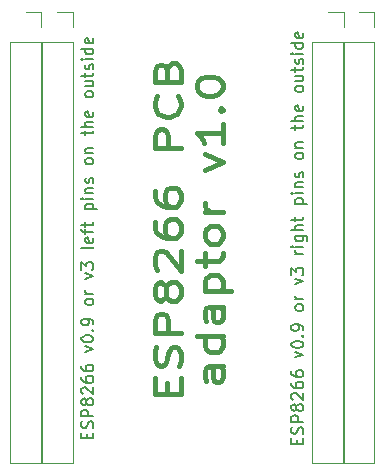
<source format=gto>
G04 #@! TF.GenerationSoftware,KiCad,Pcbnew,8.0.8*
G04 #@! TF.CreationDate,2025-03-21T10:39:09+00:00*
G04 #@! TF.ProjectId,ESP8266adapt_PCB01,45535038-3236-4366-9164-6170745f5043,rev?*
G04 #@! TF.SameCoordinates,Original*
G04 #@! TF.FileFunction,Legend,Top*
G04 #@! TF.FilePolarity,Positive*
%FSLAX46Y46*%
G04 Gerber Fmt 4.6, Leading zero omitted, Abs format (unit mm)*
G04 Created by KiCad (PCBNEW 8.0.8) date 2025-03-21 10:39:09*
%MOMM*%
%LPD*%
G01*
G04 APERTURE LIST*
%ADD10C,0.400000*%
%ADD11C,0.150000*%
%ADD12C,0.120000*%
%ADD13O,1.700000X1.700000*%
%ADD14R,1.700000X1.700000*%
G04 APERTURE END LIST*
D10*
X58779642Y-124677333D02*
X58779642Y-123744000D01*
X59932023Y-123344000D02*
X59932023Y-124677333D01*
X59932023Y-124677333D02*
X57732023Y-124677333D01*
X57732023Y-124677333D02*
X57732023Y-123344000D01*
X59827262Y-122277333D02*
X59932023Y-121877333D01*
X59932023Y-121877333D02*
X59932023Y-121210667D01*
X59932023Y-121210667D02*
X59827262Y-120944000D01*
X59827262Y-120944000D02*
X59722500Y-120810667D01*
X59722500Y-120810667D02*
X59512976Y-120677333D01*
X59512976Y-120677333D02*
X59303452Y-120677333D01*
X59303452Y-120677333D02*
X59093928Y-120810667D01*
X59093928Y-120810667D02*
X58989166Y-120944000D01*
X58989166Y-120944000D02*
X58884404Y-121210667D01*
X58884404Y-121210667D02*
X58779642Y-121744000D01*
X58779642Y-121744000D02*
X58674881Y-122010667D01*
X58674881Y-122010667D02*
X58570119Y-122144000D01*
X58570119Y-122144000D02*
X58360595Y-122277333D01*
X58360595Y-122277333D02*
X58151071Y-122277333D01*
X58151071Y-122277333D02*
X57941547Y-122144000D01*
X57941547Y-122144000D02*
X57836785Y-122010667D01*
X57836785Y-122010667D02*
X57732023Y-121744000D01*
X57732023Y-121744000D02*
X57732023Y-121077333D01*
X57732023Y-121077333D02*
X57836785Y-120677333D01*
X59932023Y-119477333D02*
X57732023Y-119477333D01*
X57732023Y-119477333D02*
X57732023Y-118410666D01*
X57732023Y-118410666D02*
X57836785Y-118144000D01*
X57836785Y-118144000D02*
X57941547Y-118010666D01*
X57941547Y-118010666D02*
X58151071Y-117877333D01*
X58151071Y-117877333D02*
X58465357Y-117877333D01*
X58465357Y-117877333D02*
X58674881Y-118010666D01*
X58674881Y-118010666D02*
X58779642Y-118144000D01*
X58779642Y-118144000D02*
X58884404Y-118410666D01*
X58884404Y-118410666D02*
X58884404Y-119477333D01*
X58674881Y-116277333D02*
X58570119Y-116544000D01*
X58570119Y-116544000D02*
X58465357Y-116677333D01*
X58465357Y-116677333D02*
X58255833Y-116810666D01*
X58255833Y-116810666D02*
X58151071Y-116810666D01*
X58151071Y-116810666D02*
X57941547Y-116677333D01*
X57941547Y-116677333D02*
X57836785Y-116544000D01*
X57836785Y-116544000D02*
X57732023Y-116277333D01*
X57732023Y-116277333D02*
X57732023Y-115744000D01*
X57732023Y-115744000D02*
X57836785Y-115477333D01*
X57836785Y-115477333D02*
X57941547Y-115344000D01*
X57941547Y-115344000D02*
X58151071Y-115210666D01*
X58151071Y-115210666D02*
X58255833Y-115210666D01*
X58255833Y-115210666D02*
X58465357Y-115344000D01*
X58465357Y-115344000D02*
X58570119Y-115477333D01*
X58570119Y-115477333D02*
X58674881Y-115744000D01*
X58674881Y-115744000D02*
X58674881Y-116277333D01*
X58674881Y-116277333D02*
X58779642Y-116544000D01*
X58779642Y-116544000D02*
X58884404Y-116677333D01*
X58884404Y-116677333D02*
X59093928Y-116810666D01*
X59093928Y-116810666D02*
X59512976Y-116810666D01*
X59512976Y-116810666D02*
X59722500Y-116677333D01*
X59722500Y-116677333D02*
X59827262Y-116544000D01*
X59827262Y-116544000D02*
X59932023Y-116277333D01*
X59932023Y-116277333D02*
X59932023Y-115744000D01*
X59932023Y-115744000D02*
X59827262Y-115477333D01*
X59827262Y-115477333D02*
X59722500Y-115344000D01*
X59722500Y-115344000D02*
X59512976Y-115210666D01*
X59512976Y-115210666D02*
X59093928Y-115210666D01*
X59093928Y-115210666D02*
X58884404Y-115344000D01*
X58884404Y-115344000D02*
X58779642Y-115477333D01*
X58779642Y-115477333D02*
X58674881Y-115744000D01*
X57941547Y-114143999D02*
X57836785Y-114010666D01*
X57836785Y-114010666D02*
X57732023Y-113743999D01*
X57732023Y-113743999D02*
X57732023Y-113077333D01*
X57732023Y-113077333D02*
X57836785Y-112810666D01*
X57836785Y-112810666D02*
X57941547Y-112677333D01*
X57941547Y-112677333D02*
X58151071Y-112543999D01*
X58151071Y-112543999D02*
X58360595Y-112543999D01*
X58360595Y-112543999D02*
X58674881Y-112677333D01*
X58674881Y-112677333D02*
X59932023Y-114277333D01*
X59932023Y-114277333D02*
X59932023Y-112543999D01*
X57732023Y-110143999D02*
X57732023Y-110677332D01*
X57732023Y-110677332D02*
X57836785Y-110943999D01*
X57836785Y-110943999D02*
X57941547Y-111077332D01*
X57941547Y-111077332D02*
X58255833Y-111343999D01*
X58255833Y-111343999D02*
X58674881Y-111477332D01*
X58674881Y-111477332D02*
X59512976Y-111477332D01*
X59512976Y-111477332D02*
X59722500Y-111343999D01*
X59722500Y-111343999D02*
X59827262Y-111210666D01*
X59827262Y-111210666D02*
X59932023Y-110943999D01*
X59932023Y-110943999D02*
X59932023Y-110410666D01*
X59932023Y-110410666D02*
X59827262Y-110143999D01*
X59827262Y-110143999D02*
X59722500Y-110010666D01*
X59722500Y-110010666D02*
X59512976Y-109877332D01*
X59512976Y-109877332D02*
X58989166Y-109877332D01*
X58989166Y-109877332D02*
X58779642Y-110010666D01*
X58779642Y-110010666D02*
X58674881Y-110143999D01*
X58674881Y-110143999D02*
X58570119Y-110410666D01*
X58570119Y-110410666D02*
X58570119Y-110943999D01*
X58570119Y-110943999D02*
X58674881Y-111210666D01*
X58674881Y-111210666D02*
X58779642Y-111343999D01*
X58779642Y-111343999D02*
X58989166Y-111477332D01*
X57732023Y-107477332D02*
X57732023Y-108010665D01*
X57732023Y-108010665D02*
X57836785Y-108277332D01*
X57836785Y-108277332D02*
X57941547Y-108410665D01*
X57941547Y-108410665D02*
X58255833Y-108677332D01*
X58255833Y-108677332D02*
X58674881Y-108810665D01*
X58674881Y-108810665D02*
X59512976Y-108810665D01*
X59512976Y-108810665D02*
X59722500Y-108677332D01*
X59722500Y-108677332D02*
X59827262Y-108543999D01*
X59827262Y-108543999D02*
X59932023Y-108277332D01*
X59932023Y-108277332D02*
X59932023Y-107743999D01*
X59932023Y-107743999D02*
X59827262Y-107477332D01*
X59827262Y-107477332D02*
X59722500Y-107343999D01*
X59722500Y-107343999D02*
X59512976Y-107210665D01*
X59512976Y-107210665D02*
X58989166Y-107210665D01*
X58989166Y-107210665D02*
X58779642Y-107343999D01*
X58779642Y-107343999D02*
X58674881Y-107477332D01*
X58674881Y-107477332D02*
X58570119Y-107743999D01*
X58570119Y-107743999D02*
X58570119Y-108277332D01*
X58570119Y-108277332D02*
X58674881Y-108543999D01*
X58674881Y-108543999D02*
X58779642Y-108677332D01*
X58779642Y-108677332D02*
X58989166Y-108810665D01*
X59932023Y-103877332D02*
X57732023Y-103877332D01*
X57732023Y-103877332D02*
X57732023Y-102810665D01*
X57732023Y-102810665D02*
X57836785Y-102543999D01*
X57836785Y-102543999D02*
X57941547Y-102410665D01*
X57941547Y-102410665D02*
X58151071Y-102277332D01*
X58151071Y-102277332D02*
X58465357Y-102277332D01*
X58465357Y-102277332D02*
X58674881Y-102410665D01*
X58674881Y-102410665D02*
X58779642Y-102543999D01*
X58779642Y-102543999D02*
X58884404Y-102810665D01*
X58884404Y-102810665D02*
X58884404Y-103877332D01*
X59722500Y-99477332D02*
X59827262Y-99610665D01*
X59827262Y-99610665D02*
X59932023Y-100010665D01*
X59932023Y-100010665D02*
X59932023Y-100277332D01*
X59932023Y-100277332D02*
X59827262Y-100677332D01*
X59827262Y-100677332D02*
X59617738Y-100943999D01*
X59617738Y-100943999D02*
X59408214Y-101077332D01*
X59408214Y-101077332D02*
X58989166Y-101210665D01*
X58989166Y-101210665D02*
X58674881Y-101210665D01*
X58674881Y-101210665D02*
X58255833Y-101077332D01*
X58255833Y-101077332D02*
X58046309Y-100943999D01*
X58046309Y-100943999D02*
X57836785Y-100677332D01*
X57836785Y-100677332D02*
X57732023Y-100277332D01*
X57732023Y-100277332D02*
X57732023Y-100010665D01*
X57732023Y-100010665D02*
X57836785Y-99610665D01*
X57836785Y-99610665D02*
X57941547Y-99477332D01*
X58779642Y-97343999D02*
X58884404Y-96943999D01*
X58884404Y-96943999D02*
X58989166Y-96810665D01*
X58989166Y-96810665D02*
X59198690Y-96677332D01*
X59198690Y-96677332D02*
X59512976Y-96677332D01*
X59512976Y-96677332D02*
X59722500Y-96810665D01*
X59722500Y-96810665D02*
X59827262Y-96943999D01*
X59827262Y-96943999D02*
X59932023Y-97210665D01*
X59932023Y-97210665D02*
X59932023Y-98277332D01*
X59932023Y-98277332D02*
X57732023Y-98277332D01*
X57732023Y-98277332D02*
X57732023Y-97343999D01*
X57732023Y-97343999D02*
X57836785Y-97077332D01*
X57836785Y-97077332D02*
X57941547Y-96943999D01*
X57941547Y-96943999D02*
X58151071Y-96810665D01*
X58151071Y-96810665D02*
X58360595Y-96810665D01*
X58360595Y-96810665D02*
X58570119Y-96943999D01*
X58570119Y-96943999D02*
X58674881Y-97077332D01*
X58674881Y-97077332D02*
X58779642Y-97343999D01*
X58779642Y-97343999D02*
X58779642Y-98277332D01*
X63473900Y-122343998D02*
X62321519Y-122343998D01*
X62321519Y-122343998D02*
X62111996Y-122477331D01*
X62111996Y-122477331D02*
X62007234Y-122743998D01*
X62007234Y-122743998D02*
X62007234Y-123277331D01*
X62007234Y-123277331D02*
X62111996Y-123543998D01*
X63369139Y-122343998D02*
X63473900Y-122610665D01*
X63473900Y-122610665D02*
X63473900Y-123277331D01*
X63473900Y-123277331D02*
X63369139Y-123543998D01*
X63369139Y-123543998D02*
X63159615Y-123677331D01*
X63159615Y-123677331D02*
X62950091Y-123677331D01*
X62950091Y-123677331D02*
X62740567Y-123543998D01*
X62740567Y-123543998D02*
X62635805Y-123277331D01*
X62635805Y-123277331D02*
X62635805Y-122610665D01*
X62635805Y-122610665D02*
X62531043Y-122343998D01*
X63473900Y-119810665D02*
X61273900Y-119810665D01*
X63369139Y-119810665D02*
X63473900Y-120077332D01*
X63473900Y-120077332D02*
X63473900Y-120610665D01*
X63473900Y-120610665D02*
X63369139Y-120877332D01*
X63369139Y-120877332D02*
X63264377Y-121010665D01*
X63264377Y-121010665D02*
X63054853Y-121143998D01*
X63054853Y-121143998D02*
X62426281Y-121143998D01*
X62426281Y-121143998D02*
X62216758Y-121010665D01*
X62216758Y-121010665D02*
X62111996Y-120877332D01*
X62111996Y-120877332D02*
X62007234Y-120610665D01*
X62007234Y-120610665D02*
X62007234Y-120077332D01*
X62007234Y-120077332D02*
X62111996Y-119810665D01*
X63473900Y-117277332D02*
X62321519Y-117277332D01*
X62321519Y-117277332D02*
X62111996Y-117410665D01*
X62111996Y-117410665D02*
X62007234Y-117677332D01*
X62007234Y-117677332D02*
X62007234Y-118210665D01*
X62007234Y-118210665D02*
X62111996Y-118477332D01*
X63369139Y-117277332D02*
X63473900Y-117543999D01*
X63473900Y-117543999D02*
X63473900Y-118210665D01*
X63473900Y-118210665D02*
X63369139Y-118477332D01*
X63369139Y-118477332D02*
X63159615Y-118610665D01*
X63159615Y-118610665D02*
X62950091Y-118610665D01*
X62950091Y-118610665D02*
X62740567Y-118477332D01*
X62740567Y-118477332D02*
X62635805Y-118210665D01*
X62635805Y-118210665D02*
X62635805Y-117543999D01*
X62635805Y-117543999D02*
X62531043Y-117277332D01*
X62007234Y-115943999D02*
X64207234Y-115943999D01*
X62111996Y-115943999D02*
X62007234Y-115677332D01*
X62007234Y-115677332D02*
X62007234Y-115143999D01*
X62007234Y-115143999D02*
X62111996Y-114877332D01*
X62111996Y-114877332D02*
X62216758Y-114743999D01*
X62216758Y-114743999D02*
X62426281Y-114610666D01*
X62426281Y-114610666D02*
X63054853Y-114610666D01*
X63054853Y-114610666D02*
X63264377Y-114743999D01*
X63264377Y-114743999D02*
X63369139Y-114877332D01*
X63369139Y-114877332D02*
X63473900Y-115143999D01*
X63473900Y-115143999D02*
X63473900Y-115677332D01*
X63473900Y-115677332D02*
X63369139Y-115943999D01*
X62007234Y-113810666D02*
X62007234Y-112743999D01*
X61273900Y-113410666D02*
X63159615Y-113410666D01*
X63159615Y-113410666D02*
X63369139Y-113277333D01*
X63369139Y-113277333D02*
X63473900Y-113010666D01*
X63473900Y-113010666D02*
X63473900Y-112743999D01*
X63473900Y-111410666D02*
X63369139Y-111677333D01*
X63369139Y-111677333D02*
X63264377Y-111810666D01*
X63264377Y-111810666D02*
X63054853Y-111943999D01*
X63054853Y-111943999D02*
X62426281Y-111943999D01*
X62426281Y-111943999D02*
X62216758Y-111810666D01*
X62216758Y-111810666D02*
X62111996Y-111677333D01*
X62111996Y-111677333D02*
X62007234Y-111410666D01*
X62007234Y-111410666D02*
X62007234Y-111010666D01*
X62007234Y-111010666D02*
X62111996Y-110743999D01*
X62111996Y-110743999D02*
X62216758Y-110610666D01*
X62216758Y-110610666D02*
X62426281Y-110477333D01*
X62426281Y-110477333D02*
X63054853Y-110477333D01*
X63054853Y-110477333D02*
X63264377Y-110610666D01*
X63264377Y-110610666D02*
X63369139Y-110743999D01*
X63369139Y-110743999D02*
X63473900Y-111010666D01*
X63473900Y-111010666D02*
X63473900Y-111410666D01*
X63473900Y-109277333D02*
X62007234Y-109277333D01*
X62426281Y-109277333D02*
X62216758Y-109144000D01*
X62216758Y-109144000D02*
X62111996Y-109010666D01*
X62111996Y-109010666D02*
X62007234Y-108744000D01*
X62007234Y-108744000D02*
X62007234Y-108477333D01*
X62007234Y-105677334D02*
X63473900Y-105010667D01*
X63473900Y-105010667D02*
X62007234Y-104344000D01*
X63473900Y-101810667D02*
X63473900Y-103410667D01*
X63473900Y-102610667D02*
X61273900Y-102610667D01*
X61273900Y-102610667D02*
X61588186Y-102877334D01*
X61588186Y-102877334D02*
X61797710Y-103144001D01*
X61797710Y-103144001D02*
X61902472Y-103410667D01*
X63264377Y-100610667D02*
X63369139Y-100477334D01*
X63369139Y-100477334D02*
X63473900Y-100610667D01*
X63473900Y-100610667D02*
X63369139Y-100744000D01*
X63369139Y-100744000D02*
X63264377Y-100610667D01*
X63264377Y-100610667D02*
X63473900Y-100610667D01*
X61273900Y-98744001D02*
X61273900Y-98477334D01*
X61273900Y-98477334D02*
X61378662Y-98210667D01*
X61378662Y-98210667D02*
X61483424Y-98077334D01*
X61483424Y-98077334D02*
X61692948Y-97944001D01*
X61692948Y-97944001D02*
X62111996Y-97810667D01*
X62111996Y-97810667D02*
X62635805Y-97810667D01*
X62635805Y-97810667D02*
X63054853Y-97944001D01*
X63054853Y-97944001D02*
X63264377Y-98077334D01*
X63264377Y-98077334D02*
X63369139Y-98210667D01*
X63369139Y-98210667D02*
X63473900Y-98477334D01*
X63473900Y-98477334D02*
X63473900Y-98744001D01*
X63473900Y-98744001D02*
X63369139Y-99010667D01*
X63369139Y-99010667D02*
X63264377Y-99144001D01*
X63264377Y-99144001D02*
X63054853Y-99277334D01*
X63054853Y-99277334D02*
X62635805Y-99410667D01*
X62635805Y-99410667D02*
X62111996Y-99410667D01*
X62111996Y-99410667D02*
X61692948Y-99277334D01*
X61692948Y-99277334D02*
X61483424Y-99144001D01*
X61483424Y-99144001D02*
X61378662Y-99010667D01*
X61378662Y-99010667D02*
X61273900Y-98744001D01*
D11*
X52001009Y-128434573D02*
X52001009Y-128101240D01*
X52524819Y-127958383D02*
X52524819Y-128434573D01*
X52524819Y-128434573D02*
X51524819Y-128434573D01*
X51524819Y-128434573D02*
X51524819Y-127958383D01*
X52477200Y-127577430D02*
X52524819Y-127434573D01*
X52524819Y-127434573D02*
X52524819Y-127196478D01*
X52524819Y-127196478D02*
X52477200Y-127101240D01*
X52477200Y-127101240D02*
X52429580Y-127053621D01*
X52429580Y-127053621D02*
X52334342Y-127006002D01*
X52334342Y-127006002D02*
X52239104Y-127006002D01*
X52239104Y-127006002D02*
X52143866Y-127053621D01*
X52143866Y-127053621D02*
X52096247Y-127101240D01*
X52096247Y-127101240D02*
X52048628Y-127196478D01*
X52048628Y-127196478D02*
X52001009Y-127386954D01*
X52001009Y-127386954D02*
X51953390Y-127482192D01*
X51953390Y-127482192D02*
X51905771Y-127529811D01*
X51905771Y-127529811D02*
X51810533Y-127577430D01*
X51810533Y-127577430D02*
X51715295Y-127577430D01*
X51715295Y-127577430D02*
X51620057Y-127529811D01*
X51620057Y-127529811D02*
X51572438Y-127482192D01*
X51572438Y-127482192D02*
X51524819Y-127386954D01*
X51524819Y-127386954D02*
X51524819Y-127148859D01*
X51524819Y-127148859D02*
X51572438Y-127006002D01*
X52524819Y-126577430D02*
X51524819Y-126577430D01*
X51524819Y-126577430D02*
X51524819Y-126196478D01*
X51524819Y-126196478D02*
X51572438Y-126101240D01*
X51572438Y-126101240D02*
X51620057Y-126053621D01*
X51620057Y-126053621D02*
X51715295Y-126006002D01*
X51715295Y-126006002D02*
X51858152Y-126006002D01*
X51858152Y-126006002D02*
X51953390Y-126053621D01*
X51953390Y-126053621D02*
X52001009Y-126101240D01*
X52001009Y-126101240D02*
X52048628Y-126196478D01*
X52048628Y-126196478D02*
X52048628Y-126577430D01*
X51953390Y-125434573D02*
X51905771Y-125529811D01*
X51905771Y-125529811D02*
X51858152Y-125577430D01*
X51858152Y-125577430D02*
X51762914Y-125625049D01*
X51762914Y-125625049D02*
X51715295Y-125625049D01*
X51715295Y-125625049D02*
X51620057Y-125577430D01*
X51620057Y-125577430D02*
X51572438Y-125529811D01*
X51572438Y-125529811D02*
X51524819Y-125434573D01*
X51524819Y-125434573D02*
X51524819Y-125244097D01*
X51524819Y-125244097D02*
X51572438Y-125148859D01*
X51572438Y-125148859D02*
X51620057Y-125101240D01*
X51620057Y-125101240D02*
X51715295Y-125053621D01*
X51715295Y-125053621D02*
X51762914Y-125053621D01*
X51762914Y-125053621D02*
X51858152Y-125101240D01*
X51858152Y-125101240D02*
X51905771Y-125148859D01*
X51905771Y-125148859D02*
X51953390Y-125244097D01*
X51953390Y-125244097D02*
X51953390Y-125434573D01*
X51953390Y-125434573D02*
X52001009Y-125529811D01*
X52001009Y-125529811D02*
X52048628Y-125577430D01*
X52048628Y-125577430D02*
X52143866Y-125625049D01*
X52143866Y-125625049D02*
X52334342Y-125625049D01*
X52334342Y-125625049D02*
X52429580Y-125577430D01*
X52429580Y-125577430D02*
X52477200Y-125529811D01*
X52477200Y-125529811D02*
X52524819Y-125434573D01*
X52524819Y-125434573D02*
X52524819Y-125244097D01*
X52524819Y-125244097D02*
X52477200Y-125148859D01*
X52477200Y-125148859D02*
X52429580Y-125101240D01*
X52429580Y-125101240D02*
X52334342Y-125053621D01*
X52334342Y-125053621D02*
X52143866Y-125053621D01*
X52143866Y-125053621D02*
X52048628Y-125101240D01*
X52048628Y-125101240D02*
X52001009Y-125148859D01*
X52001009Y-125148859D02*
X51953390Y-125244097D01*
X51620057Y-124672668D02*
X51572438Y-124625049D01*
X51572438Y-124625049D02*
X51524819Y-124529811D01*
X51524819Y-124529811D02*
X51524819Y-124291716D01*
X51524819Y-124291716D02*
X51572438Y-124196478D01*
X51572438Y-124196478D02*
X51620057Y-124148859D01*
X51620057Y-124148859D02*
X51715295Y-124101240D01*
X51715295Y-124101240D02*
X51810533Y-124101240D01*
X51810533Y-124101240D02*
X51953390Y-124148859D01*
X51953390Y-124148859D02*
X52524819Y-124720287D01*
X52524819Y-124720287D02*
X52524819Y-124101240D01*
X51524819Y-123244097D02*
X51524819Y-123434573D01*
X51524819Y-123434573D02*
X51572438Y-123529811D01*
X51572438Y-123529811D02*
X51620057Y-123577430D01*
X51620057Y-123577430D02*
X51762914Y-123672668D01*
X51762914Y-123672668D02*
X51953390Y-123720287D01*
X51953390Y-123720287D02*
X52334342Y-123720287D01*
X52334342Y-123720287D02*
X52429580Y-123672668D01*
X52429580Y-123672668D02*
X52477200Y-123625049D01*
X52477200Y-123625049D02*
X52524819Y-123529811D01*
X52524819Y-123529811D02*
X52524819Y-123339335D01*
X52524819Y-123339335D02*
X52477200Y-123244097D01*
X52477200Y-123244097D02*
X52429580Y-123196478D01*
X52429580Y-123196478D02*
X52334342Y-123148859D01*
X52334342Y-123148859D02*
X52096247Y-123148859D01*
X52096247Y-123148859D02*
X52001009Y-123196478D01*
X52001009Y-123196478D02*
X51953390Y-123244097D01*
X51953390Y-123244097D02*
X51905771Y-123339335D01*
X51905771Y-123339335D02*
X51905771Y-123529811D01*
X51905771Y-123529811D02*
X51953390Y-123625049D01*
X51953390Y-123625049D02*
X52001009Y-123672668D01*
X52001009Y-123672668D02*
X52096247Y-123720287D01*
X51524819Y-122291716D02*
X51524819Y-122482192D01*
X51524819Y-122482192D02*
X51572438Y-122577430D01*
X51572438Y-122577430D02*
X51620057Y-122625049D01*
X51620057Y-122625049D02*
X51762914Y-122720287D01*
X51762914Y-122720287D02*
X51953390Y-122767906D01*
X51953390Y-122767906D02*
X52334342Y-122767906D01*
X52334342Y-122767906D02*
X52429580Y-122720287D01*
X52429580Y-122720287D02*
X52477200Y-122672668D01*
X52477200Y-122672668D02*
X52524819Y-122577430D01*
X52524819Y-122577430D02*
X52524819Y-122386954D01*
X52524819Y-122386954D02*
X52477200Y-122291716D01*
X52477200Y-122291716D02*
X52429580Y-122244097D01*
X52429580Y-122244097D02*
X52334342Y-122196478D01*
X52334342Y-122196478D02*
X52096247Y-122196478D01*
X52096247Y-122196478D02*
X52001009Y-122244097D01*
X52001009Y-122244097D02*
X51953390Y-122291716D01*
X51953390Y-122291716D02*
X51905771Y-122386954D01*
X51905771Y-122386954D02*
X51905771Y-122577430D01*
X51905771Y-122577430D02*
X51953390Y-122672668D01*
X51953390Y-122672668D02*
X52001009Y-122720287D01*
X52001009Y-122720287D02*
X52096247Y-122767906D01*
X51858152Y-121101239D02*
X52524819Y-120863144D01*
X52524819Y-120863144D02*
X51858152Y-120625049D01*
X51524819Y-120053620D02*
X51524819Y-119958382D01*
X51524819Y-119958382D02*
X51572438Y-119863144D01*
X51572438Y-119863144D02*
X51620057Y-119815525D01*
X51620057Y-119815525D02*
X51715295Y-119767906D01*
X51715295Y-119767906D02*
X51905771Y-119720287D01*
X51905771Y-119720287D02*
X52143866Y-119720287D01*
X52143866Y-119720287D02*
X52334342Y-119767906D01*
X52334342Y-119767906D02*
X52429580Y-119815525D01*
X52429580Y-119815525D02*
X52477200Y-119863144D01*
X52477200Y-119863144D02*
X52524819Y-119958382D01*
X52524819Y-119958382D02*
X52524819Y-120053620D01*
X52524819Y-120053620D02*
X52477200Y-120148858D01*
X52477200Y-120148858D02*
X52429580Y-120196477D01*
X52429580Y-120196477D02*
X52334342Y-120244096D01*
X52334342Y-120244096D02*
X52143866Y-120291715D01*
X52143866Y-120291715D02*
X51905771Y-120291715D01*
X51905771Y-120291715D02*
X51715295Y-120244096D01*
X51715295Y-120244096D02*
X51620057Y-120196477D01*
X51620057Y-120196477D02*
X51572438Y-120148858D01*
X51572438Y-120148858D02*
X51524819Y-120053620D01*
X52429580Y-119291715D02*
X52477200Y-119244096D01*
X52477200Y-119244096D02*
X52524819Y-119291715D01*
X52524819Y-119291715D02*
X52477200Y-119339334D01*
X52477200Y-119339334D02*
X52429580Y-119291715D01*
X52429580Y-119291715D02*
X52524819Y-119291715D01*
X52524819Y-118767906D02*
X52524819Y-118577430D01*
X52524819Y-118577430D02*
X52477200Y-118482192D01*
X52477200Y-118482192D02*
X52429580Y-118434573D01*
X52429580Y-118434573D02*
X52286723Y-118339335D01*
X52286723Y-118339335D02*
X52096247Y-118291716D01*
X52096247Y-118291716D02*
X51715295Y-118291716D01*
X51715295Y-118291716D02*
X51620057Y-118339335D01*
X51620057Y-118339335D02*
X51572438Y-118386954D01*
X51572438Y-118386954D02*
X51524819Y-118482192D01*
X51524819Y-118482192D02*
X51524819Y-118672668D01*
X51524819Y-118672668D02*
X51572438Y-118767906D01*
X51572438Y-118767906D02*
X51620057Y-118815525D01*
X51620057Y-118815525D02*
X51715295Y-118863144D01*
X51715295Y-118863144D02*
X51953390Y-118863144D01*
X51953390Y-118863144D02*
X52048628Y-118815525D01*
X52048628Y-118815525D02*
X52096247Y-118767906D01*
X52096247Y-118767906D02*
X52143866Y-118672668D01*
X52143866Y-118672668D02*
X52143866Y-118482192D01*
X52143866Y-118482192D02*
X52096247Y-118386954D01*
X52096247Y-118386954D02*
X52048628Y-118339335D01*
X52048628Y-118339335D02*
X51953390Y-118291716D01*
X52524819Y-116958382D02*
X52477200Y-117053620D01*
X52477200Y-117053620D02*
X52429580Y-117101239D01*
X52429580Y-117101239D02*
X52334342Y-117148858D01*
X52334342Y-117148858D02*
X52048628Y-117148858D01*
X52048628Y-117148858D02*
X51953390Y-117101239D01*
X51953390Y-117101239D02*
X51905771Y-117053620D01*
X51905771Y-117053620D02*
X51858152Y-116958382D01*
X51858152Y-116958382D02*
X51858152Y-116815525D01*
X51858152Y-116815525D02*
X51905771Y-116720287D01*
X51905771Y-116720287D02*
X51953390Y-116672668D01*
X51953390Y-116672668D02*
X52048628Y-116625049D01*
X52048628Y-116625049D02*
X52334342Y-116625049D01*
X52334342Y-116625049D02*
X52429580Y-116672668D01*
X52429580Y-116672668D02*
X52477200Y-116720287D01*
X52477200Y-116720287D02*
X52524819Y-116815525D01*
X52524819Y-116815525D02*
X52524819Y-116958382D01*
X52524819Y-116196477D02*
X51858152Y-116196477D01*
X52048628Y-116196477D02*
X51953390Y-116148858D01*
X51953390Y-116148858D02*
X51905771Y-116101239D01*
X51905771Y-116101239D02*
X51858152Y-116006001D01*
X51858152Y-116006001D02*
X51858152Y-115910763D01*
X51858152Y-114910762D02*
X52524819Y-114672667D01*
X52524819Y-114672667D02*
X51858152Y-114434572D01*
X51524819Y-114148857D02*
X51524819Y-113529810D01*
X51524819Y-113529810D02*
X51905771Y-113863143D01*
X51905771Y-113863143D02*
X51905771Y-113720286D01*
X51905771Y-113720286D02*
X51953390Y-113625048D01*
X51953390Y-113625048D02*
X52001009Y-113577429D01*
X52001009Y-113577429D02*
X52096247Y-113529810D01*
X52096247Y-113529810D02*
X52334342Y-113529810D01*
X52334342Y-113529810D02*
X52429580Y-113577429D01*
X52429580Y-113577429D02*
X52477200Y-113625048D01*
X52477200Y-113625048D02*
X52524819Y-113720286D01*
X52524819Y-113720286D02*
X52524819Y-114006000D01*
X52524819Y-114006000D02*
X52477200Y-114101238D01*
X52477200Y-114101238D02*
X52429580Y-114148857D01*
X52524819Y-112196476D02*
X52477200Y-112291714D01*
X52477200Y-112291714D02*
X52381961Y-112339333D01*
X52381961Y-112339333D02*
X51524819Y-112339333D01*
X52477200Y-111434571D02*
X52524819Y-111529809D01*
X52524819Y-111529809D02*
X52524819Y-111720285D01*
X52524819Y-111720285D02*
X52477200Y-111815523D01*
X52477200Y-111815523D02*
X52381961Y-111863142D01*
X52381961Y-111863142D02*
X52001009Y-111863142D01*
X52001009Y-111863142D02*
X51905771Y-111815523D01*
X51905771Y-111815523D02*
X51858152Y-111720285D01*
X51858152Y-111720285D02*
X51858152Y-111529809D01*
X51858152Y-111529809D02*
X51905771Y-111434571D01*
X51905771Y-111434571D02*
X52001009Y-111386952D01*
X52001009Y-111386952D02*
X52096247Y-111386952D01*
X52096247Y-111386952D02*
X52191485Y-111863142D01*
X51858152Y-111101237D02*
X51858152Y-110720285D01*
X52524819Y-110958380D02*
X51667676Y-110958380D01*
X51667676Y-110958380D02*
X51572438Y-110910761D01*
X51572438Y-110910761D02*
X51524819Y-110815523D01*
X51524819Y-110815523D02*
X51524819Y-110720285D01*
X51858152Y-110529808D02*
X51858152Y-110148856D01*
X51524819Y-110386951D02*
X52381961Y-110386951D01*
X52381961Y-110386951D02*
X52477200Y-110339332D01*
X52477200Y-110339332D02*
X52524819Y-110244094D01*
X52524819Y-110244094D02*
X52524819Y-110148856D01*
X51858152Y-109053617D02*
X52858152Y-109053617D01*
X51905771Y-109053617D02*
X51858152Y-108958379D01*
X51858152Y-108958379D02*
X51858152Y-108767903D01*
X51858152Y-108767903D02*
X51905771Y-108672665D01*
X51905771Y-108672665D02*
X51953390Y-108625046D01*
X51953390Y-108625046D02*
X52048628Y-108577427D01*
X52048628Y-108577427D02*
X52334342Y-108577427D01*
X52334342Y-108577427D02*
X52429580Y-108625046D01*
X52429580Y-108625046D02*
X52477200Y-108672665D01*
X52477200Y-108672665D02*
X52524819Y-108767903D01*
X52524819Y-108767903D02*
X52524819Y-108958379D01*
X52524819Y-108958379D02*
X52477200Y-109053617D01*
X52524819Y-108148855D02*
X51858152Y-108148855D01*
X51524819Y-108148855D02*
X51572438Y-108196474D01*
X51572438Y-108196474D02*
X51620057Y-108148855D01*
X51620057Y-108148855D02*
X51572438Y-108101236D01*
X51572438Y-108101236D02*
X51524819Y-108148855D01*
X51524819Y-108148855D02*
X51620057Y-108148855D01*
X51858152Y-107672665D02*
X52524819Y-107672665D01*
X51953390Y-107672665D02*
X51905771Y-107625046D01*
X51905771Y-107625046D02*
X51858152Y-107529808D01*
X51858152Y-107529808D02*
X51858152Y-107386951D01*
X51858152Y-107386951D02*
X51905771Y-107291713D01*
X51905771Y-107291713D02*
X52001009Y-107244094D01*
X52001009Y-107244094D02*
X52524819Y-107244094D01*
X52477200Y-106815522D02*
X52524819Y-106720284D01*
X52524819Y-106720284D02*
X52524819Y-106529808D01*
X52524819Y-106529808D02*
X52477200Y-106434570D01*
X52477200Y-106434570D02*
X52381961Y-106386951D01*
X52381961Y-106386951D02*
X52334342Y-106386951D01*
X52334342Y-106386951D02*
X52239104Y-106434570D01*
X52239104Y-106434570D02*
X52191485Y-106529808D01*
X52191485Y-106529808D02*
X52191485Y-106672665D01*
X52191485Y-106672665D02*
X52143866Y-106767903D01*
X52143866Y-106767903D02*
X52048628Y-106815522D01*
X52048628Y-106815522D02*
X52001009Y-106815522D01*
X52001009Y-106815522D02*
X51905771Y-106767903D01*
X51905771Y-106767903D02*
X51858152Y-106672665D01*
X51858152Y-106672665D02*
X51858152Y-106529808D01*
X51858152Y-106529808D02*
X51905771Y-106434570D01*
X52524819Y-105053617D02*
X52477200Y-105148855D01*
X52477200Y-105148855D02*
X52429580Y-105196474D01*
X52429580Y-105196474D02*
X52334342Y-105244093D01*
X52334342Y-105244093D02*
X52048628Y-105244093D01*
X52048628Y-105244093D02*
X51953390Y-105196474D01*
X51953390Y-105196474D02*
X51905771Y-105148855D01*
X51905771Y-105148855D02*
X51858152Y-105053617D01*
X51858152Y-105053617D02*
X51858152Y-104910760D01*
X51858152Y-104910760D02*
X51905771Y-104815522D01*
X51905771Y-104815522D02*
X51953390Y-104767903D01*
X51953390Y-104767903D02*
X52048628Y-104720284D01*
X52048628Y-104720284D02*
X52334342Y-104720284D01*
X52334342Y-104720284D02*
X52429580Y-104767903D01*
X52429580Y-104767903D02*
X52477200Y-104815522D01*
X52477200Y-104815522D02*
X52524819Y-104910760D01*
X52524819Y-104910760D02*
X52524819Y-105053617D01*
X51858152Y-104291712D02*
X52524819Y-104291712D01*
X51953390Y-104291712D02*
X51905771Y-104244093D01*
X51905771Y-104244093D02*
X51858152Y-104148855D01*
X51858152Y-104148855D02*
X51858152Y-104005998D01*
X51858152Y-104005998D02*
X51905771Y-103910760D01*
X51905771Y-103910760D02*
X52001009Y-103863141D01*
X52001009Y-103863141D02*
X52524819Y-103863141D01*
X51858152Y-102767902D02*
X51858152Y-102386950D01*
X51524819Y-102625045D02*
X52381961Y-102625045D01*
X52381961Y-102625045D02*
X52477200Y-102577426D01*
X52477200Y-102577426D02*
X52524819Y-102482188D01*
X52524819Y-102482188D02*
X52524819Y-102386950D01*
X52524819Y-102053616D02*
X51524819Y-102053616D01*
X52524819Y-101625045D02*
X52001009Y-101625045D01*
X52001009Y-101625045D02*
X51905771Y-101672664D01*
X51905771Y-101672664D02*
X51858152Y-101767902D01*
X51858152Y-101767902D02*
X51858152Y-101910759D01*
X51858152Y-101910759D02*
X51905771Y-102005997D01*
X51905771Y-102005997D02*
X51953390Y-102053616D01*
X52477200Y-100767902D02*
X52524819Y-100863140D01*
X52524819Y-100863140D02*
X52524819Y-101053616D01*
X52524819Y-101053616D02*
X52477200Y-101148854D01*
X52477200Y-101148854D02*
X52381961Y-101196473D01*
X52381961Y-101196473D02*
X52001009Y-101196473D01*
X52001009Y-101196473D02*
X51905771Y-101148854D01*
X51905771Y-101148854D02*
X51858152Y-101053616D01*
X51858152Y-101053616D02*
X51858152Y-100863140D01*
X51858152Y-100863140D02*
X51905771Y-100767902D01*
X51905771Y-100767902D02*
X52001009Y-100720283D01*
X52001009Y-100720283D02*
X52096247Y-100720283D01*
X52096247Y-100720283D02*
X52191485Y-101196473D01*
X52524819Y-99386949D02*
X52477200Y-99482187D01*
X52477200Y-99482187D02*
X52429580Y-99529806D01*
X52429580Y-99529806D02*
X52334342Y-99577425D01*
X52334342Y-99577425D02*
X52048628Y-99577425D01*
X52048628Y-99577425D02*
X51953390Y-99529806D01*
X51953390Y-99529806D02*
X51905771Y-99482187D01*
X51905771Y-99482187D02*
X51858152Y-99386949D01*
X51858152Y-99386949D02*
X51858152Y-99244092D01*
X51858152Y-99244092D02*
X51905771Y-99148854D01*
X51905771Y-99148854D02*
X51953390Y-99101235D01*
X51953390Y-99101235D02*
X52048628Y-99053616D01*
X52048628Y-99053616D02*
X52334342Y-99053616D01*
X52334342Y-99053616D02*
X52429580Y-99101235D01*
X52429580Y-99101235D02*
X52477200Y-99148854D01*
X52477200Y-99148854D02*
X52524819Y-99244092D01*
X52524819Y-99244092D02*
X52524819Y-99386949D01*
X51858152Y-98196473D02*
X52524819Y-98196473D01*
X51858152Y-98625044D02*
X52381961Y-98625044D01*
X52381961Y-98625044D02*
X52477200Y-98577425D01*
X52477200Y-98577425D02*
X52524819Y-98482187D01*
X52524819Y-98482187D02*
X52524819Y-98339330D01*
X52524819Y-98339330D02*
X52477200Y-98244092D01*
X52477200Y-98244092D02*
X52429580Y-98196473D01*
X51858152Y-97863139D02*
X51858152Y-97482187D01*
X51524819Y-97720282D02*
X52381961Y-97720282D01*
X52381961Y-97720282D02*
X52477200Y-97672663D01*
X52477200Y-97672663D02*
X52524819Y-97577425D01*
X52524819Y-97577425D02*
X52524819Y-97482187D01*
X52477200Y-97196472D02*
X52524819Y-97101234D01*
X52524819Y-97101234D02*
X52524819Y-96910758D01*
X52524819Y-96910758D02*
X52477200Y-96815520D01*
X52477200Y-96815520D02*
X52381961Y-96767901D01*
X52381961Y-96767901D02*
X52334342Y-96767901D01*
X52334342Y-96767901D02*
X52239104Y-96815520D01*
X52239104Y-96815520D02*
X52191485Y-96910758D01*
X52191485Y-96910758D02*
X52191485Y-97053615D01*
X52191485Y-97053615D02*
X52143866Y-97148853D01*
X52143866Y-97148853D02*
X52048628Y-97196472D01*
X52048628Y-97196472D02*
X52001009Y-97196472D01*
X52001009Y-97196472D02*
X51905771Y-97148853D01*
X51905771Y-97148853D02*
X51858152Y-97053615D01*
X51858152Y-97053615D02*
X51858152Y-96910758D01*
X51858152Y-96910758D02*
X51905771Y-96815520D01*
X52524819Y-96339329D02*
X51858152Y-96339329D01*
X51524819Y-96339329D02*
X51572438Y-96386948D01*
X51572438Y-96386948D02*
X51620057Y-96339329D01*
X51620057Y-96339329D02*
X51572438Y-96291710D01*
X51572438Y-96291710D02*
X51524819Y-96339329D01*
X51524819Y-96339329D02*
X51620057Y-96339329D01*
X52524819Y-95434568D02*
X51524819Y-95434568D01*
X52477200Y-95434568D02*
X52524819Y-95529806D01*
X52524819Y-95529806D02*
X52524819Y-95720282D01*
X52524819Y-95720282D02*
X52477200Y-95815520D01*
X52477200Y-95815520D02*
X52429580Y-95863139D01*
X52429580Y-95863139D02*
X52334342Y-95910758D01*
X52334342Y-95910758D02*
X52048628Y-95910758D01*
X52048628Y-95910758D02*
X51953390Y-95863139D01*
X51953390Y-95863139D02*
X51905771Y-95815520D01*
X51905771Y-95815520D02*
X51858152Y-95720282D01*
X51858152Y-95720282D02*
X51858152Y-95529806D01*
X51858152Y-95529806D02*
X51905771Y-95434568D01*
X52477200Y-94577425D02*
X52524819Y-94672663D01*
X52524819Y-94672663D02*
X52524819Y-94863139D01*
X52524819Y-94863139D02*
X52477200Y-94958377D01*
X52477200Y-94958377D02*
X52381961Y-95005996D01*
X52381961Y-95005996D02*
X52001009Y-95005996D01*
X52001009Y-95005996D02*
X51905771Y-94958377D01*
X51905771Y-94958377D02*
X51858152Y-94863139D01*
X51858152Y-94863139D02*
X51858152Y-94672663D01*
X51858152Y-94672663D02*
X51905771Y-94577425D01*
X51905771Y-94577425D02*
X52001009Y-94529806D01*
X52001009Y-94529806D02*
X52096247Y-94529806D01*
X52096247Y-94529806D02*
X52191485Y-95005996D01*
X69781009Y-128910763D02*
X69781009Y-128577430D01*
X70304819Y-128434573D02*
X70304819Y-128910763D01*
X70304819Y-128910763D02*
X69304819Y-128910763D01*
X69304819Y-128910763D02*
X69304819Y-128434573D01*
X70257200Y-128053620D02*
X70304819Y-127910763D01*
X70304819Y-127910763D02*
X70304819Y-127672668D01*
X70304819Y-127672668D02*
X70257200Y-127577430D01*
X70257200Y-127577430D02*
X70209580Y-127529811D01*
X70209580Y-127529811D02*
X70114342Y-127482192D01*
X70114342Y-127482192D02*
X70019104Y-127482192D01*
X70019104Y-127482192D02*
X69923866Y-127529811D01*
X69923866Y-127529811D02*
X69876247Y-127577430D01*
X69876247Y-127577430D02*
X69828628Y-127672668D01*
X69828628Y-127672668D02*
X69781009Y-127863144D01*
X69781009Y-127863144D02*
X69733390Y-127958382D01*
X69733390Y-127958382D02*
X69685771Y-128006001D01*
X69685771Y-128006001D02*
X69590533Y-128053620D01*
X69590533Y-128053620D02*
X69495295Y-128053620D01*
X69495295Y-128053620D02*
X69400057Y-128006001D01*
X69400057Y-128006001D02*
X69352438Y-127958382D01*
X69352438Y-127958382D02*
X69304819Y-127863144D01*
X69304819Y-127863144D02*
X69304819Y-127625049D01*
X69304819Y-127625049D02*
X69352438Y-127482192D01*
X70304819Y-127053620D02*
X69304819Y-127053620D01*
X69304819Y-127053620D02*
X69304819Y-126672668D01*
X69304819Y-126672668D02*
X69352438Y-126577430D01*
X69352438Y-126577430D02*
X69400057Y-126529811D01*
X69400057Y-126529811D02*
X69495295Y-126482192D01*
X69495295Y-126482192D02*
X69638152Y-126482192D01*
X69638152Y-126482192D02*
X69733390Y-126529811D01*
X69733390Y-126529811D02*
X69781009Y-126577430D01*
X69781009Y-126577430D02*
X69828628Y-126672668D01*
X69828628Y-126672668D02*
X69828628Y-127053620D01*
X69733390Y-125910763D02*
X69685771Y-126006001D01*
X69685771Y-126006001D02*
X69638152Y-126053620D01*
X69638152Y-126053620D02*
X69542914Y-126101239D01*
X69542914Y-126101239D02*
X69495295Y-126101239D01*
X69495295Y-126101239D02*
X69400057Y-126053620D01*
X69400057Y-126053620D02*
X69352438Y-126006001D01*
X69352438Y-126006001D02*
X69304819Y-125910763D01*
X69304819Y-125910763D02*
X69304819Y-125720287D01*
X69304819Y-125720287D02*
X69352438Y-125625049D01*
X69352438Y-125625049D02*
X69400057Y-125577430D01*
X69400057Y-125577430D02*
X69495295Y-125529811D01*
X69495295Y-125529811D02*
X69542914Y-125529811D01*
X69542914Y-125529811D02*
X69638152Y-125577430D01*
X69638152Y-125577430D02*
X69685771Y-125625049D01*
X69685771Y-125625049D02*
X69733390Y-125720287D01*
X69733390Y-125720287D02*
X69733390Y-125910763D01*
X69733390Y-125910763D02*
X69781009Y-126006001D01*
X69781009Y-126006001D02*
X69828628Y-126053620D01*
X69828628Y-126053620D02*
X69923866Y-126101239D01*
X69923866Y-126101239D02*
X70114342Y-126101239D01*
X70114342Y-126101239D02*
X70209580Y-126053620D01*
X70209580Y-126053620D02*
X70257200Y-126006001D01*
X70257200Y-126006001D02*
X70304819Y-125910763D01*
X70304819Y-125910763D02*
X70304819Y-125720287D01*
X70304819Y-125720287D02*
X70257200Y-125625049D01*
X70257200Y-125625049D02*
X70209580Y-125577430D01*
X70209580Y-125577430D02*
X70114342Y-125529811D01*
X70114342Y-125529811D02*
X69923866Y-125529811D01*
X69923866Y-125529811D02*
X69828628Y-125577430D01*
X69828628Y-125577430D02*
X69781009Y-125625049D01*
X69781009Y-125625049D02*
X69733390Y-125720287D01*
X69400057Y-125148858D02*
X69352438Y-125101239D01*
X69352438Y-125101239D02*
X69304819Y-125006001D01*
X69304819Y-125006001D02*
X69304819Y-124767906D01*
X69304819Y-124767906D02*
X69352438Y-124672668D01*
X69352438Y-124672668D02*
X69400057Y-124625049D01*
X69400057Y-124625049D02*
X69495295Y-124577430D01*
X69495295Y-124577430D02*
X69590533Y-124577430D01*
X69590533Y-124577430D02*
X69733390Y-124625049D01*
X69733390Y-124625049D02*
X70304819Y-125196477D01*
X70304819Y-125196477D02*
X70304819Y-124577430D01*
X69304819Y-123720287D02*
X69304819Y-123910763D01*
X69304819Y-123910763D02*
X69352438Y-124006001D01*
X69352438Y-124006001D02*
X69400057Y-124053620D01*
X69400057Y-124053620D02*
X69542914Y-124148858D01*
X69542914Y-124148858D02*
X69733390Y-124196477D01*
X69733390Y-124196477D02*
X70114342Y-124196477D01*
X70114342Y-124196477D02*
X70209580Y-124148858D01*
X70209580Y-124148858D02*
X70257200Y-124101239D01*
X70257200Y-124101239D02*
X70304819Y-124006001D01*
X70304819Y-124006001D02*
X70304819Y-123815525D01*
X70304819Y-123815525D02*
X70257200Y-123720287D01*
X70257200Y-123720287D02*
X70209580Y-123672668D01*
X70209580Y-123672668D02*
X70114342Y-123625049D01*
X70114342Y-123625049D02*
X69876247Y-123625049D01*
X69876247Y-123625049D02*
X69781009Y-123672668D01*
X69781009Y-123672668D02*
X69733390Y-123720287D01*
X69733390Y-123720287D02*
X69685771Y-123815525D01*
X69685771Y-123815525D02*
X69685771Y-124006001D01*
X69685771Y-124006001D02*
X69733390Y-124101239D01*
X69733390Y-124101239D02*
X69781009Y-124148858D01*
X69781009Y-124148858D02*
X69876247Y-124196477D01*
X69304819Y-122767906D02*
X69304819Y-122958382D01*
X69304819Y-122958382D02*
X69352438Y-123053620D01*
X69352438Y-123053620D02*
X69400057Y-123101239D01*
X69400057Y-123101239D02*
X69542914Y-123196477D01*
X69542914Y-123196477D02*
X69733390Y-123244096D01*
X69733390Y-123244096D02*
X70114342Y-123244096D01*
X70114342Y-123244096D02*
X70209580Y-123196477D01*
X70209580Y-123196477D02*
X70257200Y-123148858D01*
X70257200Y-123148858D02*
X70304819Y-123053620D01*
X70304819Y-123053620D02*
X70304819Y-122863144D01*
X70304819Y-122863144D02*
X70257200Y-122767906D01*
X70257200Y-122767906D02*
X70209580Y-122720287D01*
X70209580Y-122720287D02*
X70114342Y-122672668D01*
X70114342Y-122672668D02*
X69876247Y-122672668D01*
X69876247Y-122672668D02*
X69781009Y-122720287D01*
X69781009Y-122720287D02*
X69733390Y-122767906D01*
X69733390Y-122767906D02*
X69685771Y-122863144D01*
X69685771Y-122863144D02*
X69685771Y-123053620D01*
X69685771Y-123053620D02*
X69733390Y-123148858D01*
X69733390Y-123148858D02*
X69781009Y-123196477D01*
X69781009Y-123196477D02*
X69876247Y-123244096D01*
X69638152Y-121577429D02*
X70304819Y-121339334D01*
X70304819Y-121339334D02*
X69638152Y-121101239D01*
X69304819Y-120529810D02*
X69304819Y-120434572D01*
X69304819Y-120434572D02*
X69352438Y-120339334D01*
X69352438Y-120339334D02*
X69400057Y-120291715D01*
X69400057Y-120291715D02*
X69495295Y-120244096D01*
X69495295Y-120244096D02*
X69685771Y-120196477D01*
X69685771Y-120196477D02*
X69923866Y-120196477D01*
X69923866Y-120196477D02*
X70114342Y-120244096D01*
X70114342Y-120244096D02*
X70209580Y-120291715D01*
X70209580Y-120291715D02*
X70257200Y-120339334D01*
X70257200Y-120339334D02*
X70304819Y-120434572D01*
X70304819Y-120434572D02*
X70304819Y-120529810D01*
X70304819Y-120529810D02*
X70257200Y-120625048D01*
X70257200Y-120625048D02*
X70209580Y-120672667D01*
X70209580Y-120672667D02*
X70114342Y-120720286D01*
X70114342Y-120720286D02*
X69923866Y-120767905D01*
X69923866Y-120767905D02*
X69685771Y-120767905D01*
X69685771Y-120767905D02*
X69495295Y-120720286D01*
X69495295Y-120720286D02*
X69400057Y-120672667D01*
X69400057Y-120672667D02*
X69352438Y-120625048D01*
X69352438Y-120625048D02*
X69304819Y-120529810D01*
X70209580Y-119767905D02*
X70257200Y-119720286D01*
X70257200Y-119720286D02*
X70304819Y-119767905D01*
X70304819Y-119767905D02*
X70257200Y-119815524D01*
X70257200Y-119815524D02*
X70209580Y-119767905D01*
X70209580Y-119767905D02*
X70304819Y-119767905D01*
X70304819Y-119244096D02*
X70304819Y-119053620D01*
X70304819Y-119053620D02*
X70257200Y-118958382D01*
X70257200Y-118958382D02*
X70209580Y-118910763D01*
X70209580Y-118910763D02*
X70066723Y-118815525D01*
X70066723Y-118815525D02*
X69876247Y-118767906D01*
X69876247Y-118767906D02*
X69495295Y-118767906D01*
X69495295Y-118767906D02*
X69400057Y-118815525D01*
X69400057Y-118815525D02*
X69352438Y-118863144D01*
X69352438Y-118863144D02*
X69304819Y-118958382D01*
X69304819Y-118958382D02*
X69304819Y-119148858D01*
X69304819Y-119148858D02*
X69352438Y-119244096D01*
X69352438Y-119244096D02*
X69400057Y-119291715D01*
X69400057Y-119291715D02*
X69495295Y-119339334D01*
X69495295Y-119339334D02*
X69733390Y-119339334D01*
X69733390Y-119339334D02*
X69828628Y-119291715D01*
X69828628Y-119291715D02*
X69876247Y-119244096D01*
X69876247Y-119244096D02*
X69923866Y-119148858D01*
X69923866Y-119148858D02*
X69923866Y-118958382D01*
X69923866Y-118958382D02*
X69876247Y-118863144D01*
X69876247Y-118863144D02*
X69828628Y-118815525D01*
X69828628Y-118815525D02*
X69733390Y-118767906D01*
X70304819Y-117434572D02*
X70257200Y-117529810D01*
X70257200Y-117529810D02*
X70209580Y-117577429D01*
X70209580Y-117577429D02*
X70114342Y-117625048D01*
X70114342Y-117625048D02*
X69828628Y-117625048D01*
X69828628Y-117625048D02*
X69733390Y-117577429D01*
X69733390Y-117577429D02*
X69685771Y-117529810D01*
X69685771Y-117529810D02*
X69638152Y-117434572D01*
X69638152Y-117434572D02*
X69638152Y-117291715D01*
X69638152Y-117291715D02*
X69685771Y-117196477D01*
X69685771Y-117196477D02*
X69733390Y-117148858D01*
X69733390Y-117148858D02*
X69828628Y-117101239D01*
X69828628Y-117101239D02*
X70114342Y-117101239D01*
X70114342Y-117101239D02*
X70209580Y-117148858D01*
X70209580Y-117148858D02*
X70257200Y-117196477D01*
X70257200Y-117196477D02*
X70304819Y-117291715D01*
X70304819Y-117291715D02*
X70304819Y-117434572D01*
X70304819Y-116672667D02*
X69638152Y-116672667D01*
X69828628Y-116672667D02*
X69733390Y-116625048D01*
X69733390Y-116625048D02*
X69685771Y-116577429D01*
X69685771Y-116577429D02*
X69638152Y-116482191D01*
X69638152Y-116482191D02*
X69638152Y-116386953D01*
X69638152Y-115386952D02*
X70304819Y-115148857D01*
X70304819Y-115148857D02*
X69638152Y-114910762D01*
X69304819Y-114625047D02*
X69304819Y-114006000D01*
X69304819Y-114006000D02*
X69685771Y-114339333D01*
X69685771Y-114339333D02*
X69685771Y-114196476D01*
X69685771Y-114196476D02*
X69733390Y-114101238D01*
X69733390Y-114101238D02*
X69781009Y-114053619D01*
X69781009Y-114053619D02*
X69876247Y-114006000D01*
X69876247Y-114006000D02*
X70114342Y-114006000D01*
X70114342Y-114006000D02*
X70209580Y-114053619D01*
X70209580Y-114053619D02*
X70257200Y-114101238D01*
X70257200Y-114101238D02*
X70304819Y-114196476D01*
X70304819Y-114196476D02*
X70304819Y-114482190D01*
X70304819Y-114482190D02*
X70257200Y-114577428D01*
X70257200Y-114577428D02*
X70209580Y-114625047D01*
X70304819Y-112815523D02*
X69638152Y-112815523D01*
X69828628Y-112815523D02*
X69733390Y-112767904D01*
X69733390Y-112767904D02*
X69685771Y-112720285D01*
X69685771Y-112720285D02*
X69638152Y-112625047D01*
X69638152Y-112625047D02*
X69638152Y-112529809D01*
X70304819Y-112196475D02*
X69638152Y-112196475D01*
X69304819Y-112196475D02*
X69352438Y-112244094D01*
X69352438Y-112244094D02*
X69400057Y-112196475D01*
X69400057Y-112196475D02*
X69352438Y-112148856D01*
X69352438Y-112148856D02*
X69304819Y-112196475D01*
X69304819Y-112196475D02*
X69400057Y-112196475D01*
X69638152Y-111291714D02*
X70447676Y-111291714D01*
X70447676Y-111291714D02*
X70542914Y-111339333D01*
X70542914Y-111339333D02*
X70590533Y-111386952D01*
X70590533Y-111386952D02*
X70638152Y-111482190D01*
X70638152Y-111482190D02*
X70638152Y-111625047D01*
X70638152Y-111625047D02*
X70590533Y-111720285D01*
X70257200Y-111291714D02*
X70304819Y-111386952D01*
X70304819Y-111386952D02*
X70304819Y-111577428D01*
X70304819Y-111577428D02*
X70257200Y-111672666D01*
X70257200Y-111672666D02*
X70209580Y-111720285D01*
X70209580Y-111720285D02*
X70114342Y-111767904D01*
X70114342Y-111767904D02*
X69828628Y-111767904D01*
X69828628Y-111767904D02*
X69733390Y-111720285D01*
X69733390Y-111720285D02*
X69685771Y-111672666D01*
X69685771Y-111672666D02*
X69638152Y-111577428D01*
X69638152Y-111577428D02*
X69638152Y-111386952D01*
X69638152Y-111386952D02*
X69685771Y-111291714D01*
X70304819Y-110815523D02*
X69304819Y-110815523D01*
X70304819Y-110386952D02*
X69781009Y-110386952D01*
X69781009Y-110386952D02*
X69685771Y-110434571D01*
X69685771Y-110434571D02*
X69638152Y-110529809D01*
X69638152Y-110529809D02*
X69638152Y-110672666D01*
X69638152Y-110672666D02*
X69685771Y-110767904D01*
X69685771Y-110767904D02*
X69733390Y-110815523D01*
X69638152Y-110053618D02*
X69638152Y-109672666D01*
X69304819Y-109910761D02*
X70161961Y-109910761D01*
X70161961Y-109910761D02*
X70257200Y-109863142D01*
X70257200Y-109863142D02*
X70304819Y-109767904D01*
X70304819Y-109767904D02*
X70304819Y-109672666D01*
X69638152Y-108577427D02*
X70638152Y-108577427D01*
X69685771Y-108577427D02*
X69638152Y-108482189D01*
X69638152Y-108482189D02*
X69638152Y-108291713D01*
X69638152Y-108291713D02*
X69685771Y-108196475D01*
X69685771Y-108196475D02*
X69733390Y-108148856D01*
X69733390Y-108148856D02*
X69828628Y-108101237D01*
X69828628Y-108101237D02*
X70114342Y-108101237D01*
X70114342Y-108101237D02*
X70209580Y-108148856D01*
X70209580Y-108148856D02*
X70257200Y-108196475D01*
X70257200Y-108196475D02*
X70304819Y-108291713D01*
X70304819Y-108291713D02*
X70304819Y-108482189D01*
X70304819Y-108482189D02*
X70257200Y-108577427D01*
X70304819Y-107672665D02*
X69638152Y-107672665D01*
X69304819Y-107672665D02*
X69352438Y-107720284D01*
X69352438Y-107720284D02*
X69400057Y-107672665D01*
X69400057Y-107672665D02*
X69352438Y-107625046D01*
X69352438Y-107625046D02*
X69304819Y-107672665D01*
X69304819Y-107672665D02*
X69400057Y-107672665D01*
X69638152Y-107196475D02*
X70304819Y-107196475D01*
X69733390Y-107196475D02*
X69685771Y-107148856D01*
X69685771Y-107148856D02*
X69638152Y-107053618D01*
X69638152Y-107053618D02*
X69638152Y-106910761D01*
X69638152Y-106910761D02*
X69685771Y-106815523D01*
X69685771Y-106815523D02*
X69781009Y-106767904D01*
X69781009Y-106767904D02*
X70304819Y-106767904D01*
X70257200Y-106339332D02*
X70304819Y-106244094D01*
X70304819Y-106244094D02*
X70304819Y-106053618D01*
X70304819Y-106053618D02*
X70257200Y-105958380D01*
X70257200Y-105958380D02*
X70161961Y-105910761D01*
X70161961Y-105910761D02*
X70114342Y-105910761D01*
X70114342Y-105910761D02*
X70019104Y-105958380D01*
X70019104Y-105958380D02*
X69971485Y-106053618D01*
X69971485Y-106053618D02*
X69971485Y-106196475D01*
X69971485Y-106196475D02*
X69923866Y-106291713D01*
X69923866Y-106291713D02*
X69828628Y-106339332D01*
X69828628Y-106339332D02*
X69781009Y-106339332D01*
X69781009Y-106339332D02*
X69685771Y-106291713D01*
X69685771Y-106291713D02*
X69638152Y-106196475D01*
X69638152Y-106196475D02*
X69638152Y-106053618D01*
X69638152Y-106053618D02*
X69685771Y-105958380D01*
X70304819Y-104577427D02*
X70257200Y-104672665D01*
X70257200Y-104672665D02*
X70209580Y-104720284D01*
X70209580Y-104720284D02*
X70114342Y-104767903D01*
X70114342Y-104767903D02*
X69828628Y-104767903D01*
X69828628Y-104767903D02*
X69733390Y-104720284D01*
X69733390Y-104720284D02*
X69685771Y-104672665D01*
X69685771Y-104672665D02*
X69638152Y-104577427D01*
X69638152Y-104577427D02*
X69638152Y-104434570D01*
X69638152Y-104434570D02*
X69685771Y-104339332D01*
X69685771Y-104339332D02*
X69733390Y-104291713D01*
X69733390Y-104291713D02*
X69828628Y-104244094D01*
X69828628Y-104244094D02*
X70114342Y-104244094D01*
X70114342Y-104244094D02*
X70209580Y-104291713D01*
X70209580Y-104291713D02*
X70257200Y-104339332D01*
X70257200Y-104339332D02*
X70304819Y-104434570D01*
X70304819Y-104434570D02*
X70304819Y-104577427D01*
X69638152Y-103815522D02*
X70304819Y-103815522D01*
X69733390Y-103815522D02*
X69685771Y-103767903D01*
X69685771Y-103767903D02*
X69638152Y-103672665D01*
X69638152Y-103672665D02*
X69638152Y-103529808D01*
X69638152Y-103529808D02*
X69685771Y-103434570D01*
X69685771Y-103434570D02*
X69781009Y-103386951D01*
X69781009Y-103386951D02*
X70304819Y-103386951D01*
X69638152Y-102291712D02*
X69638152Y-101910760D01*
X69304819Y-102148855D02*
X70161961Y-102148855D01*
X70161961Y-102148855D02*
X70257200Y-102101236D01*
X70257200Y-102101236D02*
X70304819Y-102005998D01*
X70304819Y-102005998D02*
X70304819Y-101910760D01*
X70304819Y-101577426D02*
X69304819Y-101577426D01*
X70304819Y-101148855D02*
X69781009Y-101148855D01*
X69781009Y-101148855D02*
X69685771Y-101196474D01*
X69685771Y-101196474D02*
X69638152Y-101291712D01*
X69638152Y-101291712D02*
X69638152Y-101434569D01*
X69638152Y-101434569D02*
X69685771Y-101529807D01*
X69685771Y-101529807D02*
X69733390Y-101577426D01*
X70257200Y-100291712D02*
X70304819Y-100386950D01*
X70304819Y-100386950D02*
X70304819Y-100577426D01*
X70304819Y-100577426D02*
X70257200Y-100672664D01*
X70257200Y-100672664D02*
X70161961Y-100720283D01*
X70161961Y-100720283D02*
X69781009Y-100720283D01*
X69781009Y-100720283D02*
X69685771Y-100672664D01*
X69685771Y-100672664D02*
X69638152Y-100577426D01*
X69638152Y-100577426D02*
X69638152Y-100386950D01*
X69638152Y-100386950D02*
X69685771Y-100291712D01*
X69685771Y-100291712D02*
X69781009Y-100244093D01*
X69781009Y-100244093D02*
X69876247Y-100244093D01*
X69876247Y-100244093D02*
X69971485Y-100720283D01*
X70304819Y-98910759D02*
X70257200Y-99005997D01*
X70257200Y-99005997D02*
X70209580Y-99053616D01*
X70209580Y-99053616D02*
X70114342Y-99101235D01*
X70114342Y-99101235D02*
X69828628Y-99101235D01*
X69828628Y-99101235D02*
X69733390Y-99053616D01*
X69733390Y-99053616D02*
X69685771Y-99005997D01*
X69685771Y-99005997D02*
X69638152Y-98910759D01*
X69638152Y-98910759D02*
X69638152Y-98767902D01*
X69638152Y-98767902D02*
X69685771Y-98672664D01*
X69685771Y-98672664D02*
X69733390Y-98625045D01*
X69733390Y-98625045D02*
X69828628Y-98577426D01*
X69828628Y-98577426D02*
X70114342Y-98577426D01*
X70114342Y-98577426D02*
X70209580Y-98625045D01*
X70209580Y-98625045D02*
X70257200Y-98672664D01*
X70257200Y-98672664D02*
X70304819Y-98767902D01*
X70304819Y-98767902D02*
X70304819Y-98910759D01*
X69638152Y-97720283D02*
X70304819Y-97720283D01*
X69638152Y-98148854D02*
X70161961Y-98148854D01*
X70161961Y-98148854D02*
X70257200Y-98101235D01*
X70257200Y-98101235D02*
X70304819Y-98005997D01*
X70304819Y-98005997D02*
X70304819Y-97863140D01*
X70304819Y-97863140D02*
X70257200Y-97767902D01*
X70257200Y-97767902D02*
X70209580Y-97720283D01*
X69638152Y-97386949D02*
X69638152Y-97005997D01*
X69304819Y-97244092D02*
X70161961Y-97244092D01*
X70161961Y-97244092D02*
X70257200Y-97196473D01*
X70257200Y-97196473D02*
X70304819Y-97101235D01*
X70304819Y-97101235D02*
X70304819Y-97005997D01*
X70257200Y-96720282D02*
X70304819Y-96625044D01*
X70304819Y-96625044D02*
X70304819Y-96434568D01*
X70304819Y-96434568D02*
X70257200Y-96339330D01*
X70257200Y-96339330D02*
X70161961Y-96291711D01*
X70161961Y-96291711D02*
X70114342Y-96291711D01*
X70114342Y-96291711D02*
X70019104Y-96339330D01*
X70019104Y-96339330D02*
X69971485Y-96434568D01*
X69971485Y-96434568D02*
X69971485Y-96577425D01*
X69971485Y-96577425D02*
X69923866Y-96672663D01*
X69923866Y-96672663D02*
X69828628Y-96720282D01*
X69828628Y-96720282D02*
X69781009Y-96720282D01*
X69781009Y-96720282D02*
X69685771Y-96672663D01*
X69685771Y-96672663D02*
X69638152Y-96577425D01*
X69638152Y-96577425D02*
X69638152Y-96434568D01*
X69638152Y-96434568D02*
X69685771Y-96339330D01*
X70304819Y-95863139D02*
X69638152Y-95863139D01*
X69304819Y-95863139D02*
X69352438Y-95910758D01*
X69352438Y-95910758D02*
X69400057Y-95863139D01*
X69400057Y-95863139D02*
X69352438Y-95815520D01*
X69352438Y-95815520D02*
X69304819Y-95863139D01*
X69304819Y-95863139D02*
X69400057Y-95863139D01*
X70304819Y-94958378D02*
X69304819Y-94958378D01*
X70257200Y-94958378D02*
X70304819Y-95053616D01*
X70304819Y-95053616D02*
X70304819Y-95244092D01*
X70304819Y-95244092D02*
X70257200Y-95339330D01*
X70257200Y-95339330D02*
X70209580Y-95386949D01*
X70209580Y-95386949D02*
X70114342Y-95434568D01*
X70114342Y-95434568D02*
X69828628Y-95434568D01*
X69828628Y-95434568D02*
X69733390Y-95386949D01*
X69733390Y-95386949D02*
X69685771Y-95339330D01*
X69685771Y-95339330D02*
X69638152Y-95244092D01*
X69638152Y-95244092D02*
X69638152Y-95053616D01*
X69638152Y-95053616D02*
X69685771Y-94958378D01*
X70257200Y-94101235D02*
X70304819Y-94196473D01*
X70304819Y-94196473D02*
X70304819Y-94386949D01*
X70304819Y-94386949D02*
X70257200Y-94482187D01*
X70257200Y-94482187D02*
X70161961Y-94529806D01*
X70161961Y-94529806D02*
X69781009Y-94529806D01*
X69781009Y-94529806D02*
X69685771Y-94482187D01*
X69685771Y-94482187D02*
X69638152Y-94386949D01*
X69638152Y-94386949D02*
X69638152Y-94196473D01*
X69638152Y-94196473D02*
X69685771Y-94101235D01*
X69685771Y-94101235D02*
X69781009Y-94053616D01*
X69781009Y-94053616D02*
X69876247Y-94053616D01*
X69876247Y-94053616D02*
X69971485Y-94529806D01*
D12*
X72390000Y-92302000D02*
X73720000Y-92302000D01*
X73720000Y-92302000D02*
X73720000Y-93632000D01*
X73720000Y-94902000D02*
X73720000Y-130522000D01*
X71060000Y-130522000D02*
X73720000Y-130522000D01*
X71060000Y-94902000D02*
X71060000Y-130522000D01*
X71060000Y-94902000D02*
X73720000Y-94902000D01*
X48170000Y-94902000D02*
X50830000Y-94902000D01*
X48170000Y-94902000D02*
X48170000Y-130522000D01*
X48170000Y-130522000D02*
X50830000Y-130522000D01*
X50830000Y-94902000D02*
X50830000Y-130522000D01*
X50830000Y-92302000D02*
X50830000Y-93632000D01*
X49500000Y-92302000D02*
X50830000Y-92302000D01*
X45470000Y-94902000D02*
X48130000Y-94902000D01*
X45470000Y-94902000D02*
X45470000Y-130522000D01*
X45470000Y-130522000D02*
X48130000Y-130522000D01*
X48130000Y-94902000D02*
X48130000Y-130522000D01*
X48130000Y-92302000D02*
X48130000Y-93632000D01*
X46800000Y-92302000D02*
X48130000Y-92302000D01*
X75000000Y-92302000D02*
X76330000Y-92302000D01*
X76330000Y-92302000D02*
X76330000Y-93632000D01*
X76330000Y-94902000D02*
X76330000Y-130522000D01*
X73670000Y-130522000D02*
X76330000Y-130522000D01*
X73670000Y-94902000D02*
X73670000Y-130522000D01*
X73670000Y-94902000D02*
X76330000Y-94902000D01*
%LPC*%
D13*
X72390000Y-129192000D03*
X72390000Y-126652000D03*
X72390000Y-124112000D03*
X72390000Y-121572000D03*
X72390000Y-119032000D03*
X72390000Y-116492000D03*
X72390000Y-113952000D03*
X72390000Y-111412000D03*
X72390000Y-108872000D03*
X72390000Y-106332000D03*
X72390000Y-103792000D03*
X72390000Y-101252000D03*
X72390000Y-98712000D03*
X72390000Y-96172000D03*
D14*
X72390000Y-93632000D03*
X49500000Y-93632000D03*
D13*
X49500000Y-96172000D03*
X49500000Y-98712000D03*
X49500000Y-101252000D03*
X49500000Y-103792000D03*
X49500000Y-106332000D03*
X49500000Y-108872000D03*
X49500000Y-111412000D03*
X49500000Y-113952000D03*
X49500000Y-116492000D03*
X49500000Y-119032000D03*
X49500000Y-121572000D03*
X49500000Y-124112000D03*
X49500000Y-126652000D03*
X49500000Y-129192000D03*
D14*
X46800000Y-93632000D03*
D13*
X46800000Y-96172000D03*
X46800000Y-98712000D03*
X46800000Y-101252000D03*
X46800000Y-103792000D03*
X46800000Y-106332000D03*
X46800000Y-108872000D03*
X46800000Y-111412000D03*
X46800000Y-113952000D03*
X46800000Y-116492000D03*
X46800000Y-119032000D03*
X46800000Y-121572000D03*
X46800000Y-124112000D03*
X46800000Y-126652000D03*
X46800000Y-129192000D03*
X75000000Y-129192000D03*
X75000000Y-126652000D03*
X75000000Y-124112000D03*
X75000000Y-121572000D03*
X75000000Y-119032000D03*
X75000000Y-116492000D03*
X75000000Y-113952000D03*
X75000000Y-111412000D03*
X75000000Y-108872000D03*
X75000000Y-106332000D03*
X75000000Y-103792000D03*
X75000000Y-101252000D03*
X75000000Y-98712000D03*
X75000000Y-96172000D03*
D14*
X75000000Y-93632000D03*
%LPD*%
M02*

</source>
